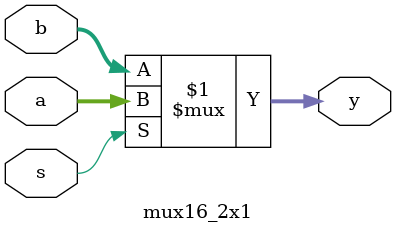
<source format=v>
module mux16_2x1(a, b, s, y);
	input 	[15:0] a;
	input 	[15:0] b;
	input 	s;

	output [15:0]y;

	assign y = s? a : b;
endmodule

</source>
